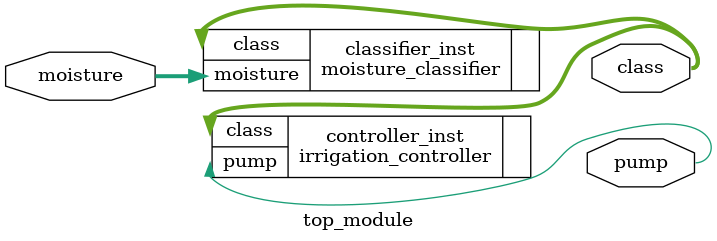
<source format=v>
`timescale 1ns / 1ps


module top_module (
    input  wire [9:0] moisture,
    output wire [1:0] class,
    output wire       pump
);

    // Instantiate classifier
    moisture_classifier classifier_inst (
        .moisture(moisture),
        .class(class)
    );

    // Instantiate irrigation controller
    irrigation_controller controller_inst (
        .class(class),
        .pump(pump)
    );

endmodule

</source>
